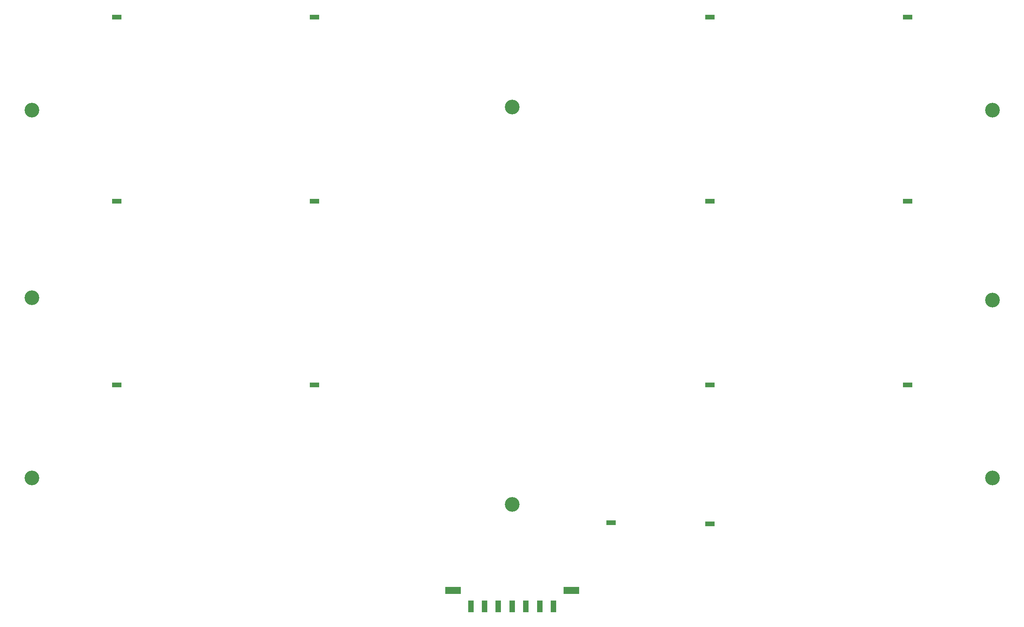
<source format=gbr>
%TF.GenerationSoftware,KiCad,Pcbnew,7.0.1*%
%TF.CreationDate,2025-05-26T15:04:13+02:00*%
%TF.ProjectId,federkontaktplatine,66656465-726b-46f6-9e74-616b74706c61,rev?*%
%TF.SameCoordinates,Original*%
%TF.FileFunction,Soldermask,Top*%
%TF.FilePolarity,Negative*%
%FSLAX46Y46*%
G04 Gerber Fmt 4.6, Leading zero omitted, Abs format (unit mm)*
G04 Created by KiCad (PCBNEW 7.0.1) date 2025-05-26 15:04:13*
%MOMM*%
%LPD*%
G01*
G04 APERTURE LIST*
%ADD10C,3.200000*%
%ADD11R,2.000000X1.000000*%
%ADD12R,1.270000X2.540000*%
%ADD13R,3.430000X1.650000*%
G04 APERTURE END LIST*
D10*
%TO.C,H5*%
X43500000Y-139250000D03*
%TD*%
%TO.C,H12*%
X252500000Y-100500000D03*
%TD*%
%TO.C,H9*%
X252500000Y-139250000D03*
%TD*%
%TO.C,H6*%
X43500000Y-100000000D03*
%TD*%
%TO.C,H4*%
X43500000Y-59250000D03*
%TD*%
%TO.C,H10*%
X148000000Y-58500000D03*
%TD*%
%TO.C,H7*%
X148000000Y-145000000D03*
%TD*%
%TO.C,H8*%
X252500000Y-59250000D03*
%TD*%
D11*
%TO.C,TP11*%
X191000000Y-79000000D03*
%TD*%
%TO.C,TP4*%
X105000000Y-79000000D03*
%TD*%
D12*
%TO.C,J1*%
X139000000Y-167135000D03*
X142000000Y-167135000D03*
X145000000Y-167135000D03*
X148000000Y-167135000D03*
X151000000Y-167135000D03*
X154000000Y-167135000D03*
X157000000Y-167135000D03*
D13*
X135115000Y-163715000D03*
X160885000Y-163715000D03*
%TD*%
D11*
%TO.C,TP8*%
X169500000Y-149000000D03*
%TD*%
%TO.C,TP5*%
X62000000Y-39000000D03*
%TD*%
%TO.C,TP10*%
X234000000Y-39000000D03*
%TD*%
%TO.C,TP3*%
X62000000Y-79000000D03*
%TD*%
%TO.C,TP14*%
X234000000Y-119000000D03*
%TD*%
%TO.C,TP7*%
X191000000Y-149250000D03*
%TD*%
%TO.C,TP1*%
X62000000Y-119000000D03*
%TD*%
%TO.C,TP12*%
X234000000Y-79000000D03*
%TD*%
%TO.C,TP13*%
X191000000Y-119000000D03*
%TD*%
%TO.C,TP2*%
X105000000Y-119000000D03*
%TD*%
%TO.C,TP6*%
X105000000Y-39000000D03*
%TD*%
%TO.C,TP9*%
X191000000Y-39000000D03*
%TD*%
M02*

</source>
